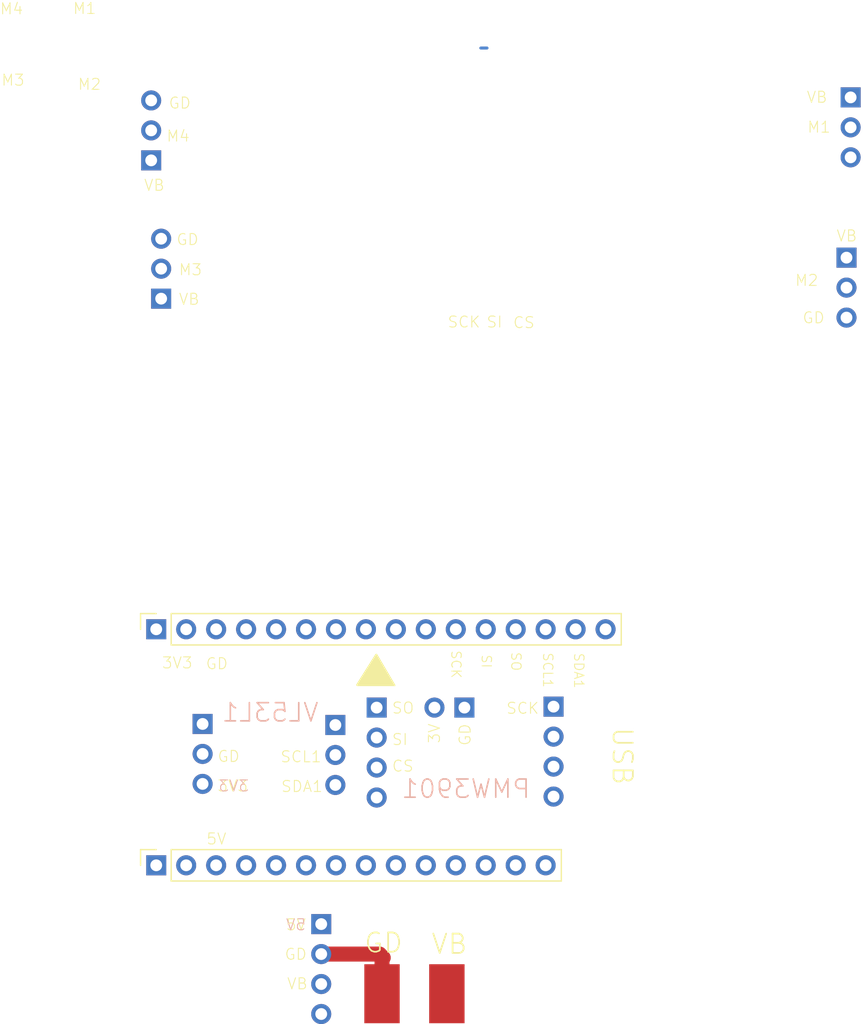
<source format=kicad_pcb>
(kicad_pcb (version 20241229) (generator "pcbnew") (generator_version "9.0")
  (layers (0 "F.Cu" signal) (2 "B.Cu" signal) (13 "F.Paste" user) (15 "B.Paste" user) (5 "F.SilkS" user "F.Silkscreen") (7 "B.SilkS" user "B.Silkscreen") (1 "F.Mask" user) (3 "B.Mask" user) (25 "Edge.Cuts" user))
  (net 0 "")
  (net 1 "/VBAT")
  (net 2 "/GND")
  (net 3 "/M1")
  (net 4 "/M2")
  (net 5 "/M4")
  (net 6 "/M3")
  (net 7 "/3V3")
  (net 8 "/5V")
  (net 9 "/SCK")
  (net 10 "/MISO")
  (net 11 "/MOSI")
  (net 12 "/CS")
  (net 20 "/SCL1")
  (net 21 "/SDA1")
  (net 22 "/12")
  (net 24 "/10")
  (net 25 "/TX1")
  (net 26 "/11")
  (net 27 "/13")
  (net 29 "/9")
  (net 30 "/SCL")
  (net 31 "/SDA")
  (net 32 "/RX1")
  (net 33 "/A3")
  (net 34 "/A5")
  (net 35 "/BOOT")
  (net 36 "/A2")
  (net 39 "/A4")
  (footprint "Connector_Wire:SolderWirePad_1x01_SMD_5x10mm" (layer "F.Cu") (at 155.484762 150.972982)
    (property "Reference" "VB_PAD1" (hide yes))
    (property "Value" "Conn_01x01")
    (pad "1" smd rect (at -0.1 5.5) (size 3 5) (layers "F.Cu" "F.Mask" "F.Paste") (net 1 "/VBAT"))
  )
  (footprint "Connector_PinHeader_2.54mm:PinHeader_1x03_P2.54mm_Vertical" (layer "F.Cu") (at 184.865334 96.571371 -45)
    (property "Reference" "VL53L1_L3" (hide yes))
    (property "Value" "Conn_01x03_Female" (hide yes))
    (pad "1" thru_hole rect (at 1.368136 -4.862594) (size 1.7 1.7) (drill 1) (layers "*.Cu" "*.Mask") (net 1 "/VBAT"))
    (pad "2" thru_hole circle (at 3.164188 -3.066543 315) (size 1.7 1.7) (drill 1) (layers "*.Cu" "*.Mask") (net 4 "/M2"))
    (pad "3" thru_hole circle (at 4.960239 -1.270492 315) (size 1.7 1.7) (drill 1) (layers "*.Cu" "*.Mask") (net 2 "/GND"))
  )
  (footprint "MountingHole:MountingHole_2.2mm_M2" (layer "F.Cu") (at 172.186288 126.921671)
    (property "Reference" "POST_3" (hide yes))
    (property "Value" "MountingHole" (hide yes))
    (pad "" np_thru_hole circle (at 0.054399 0) (size 2.2 2.2) (drill 2.2) (layers "*.Cu" "*.Mask"))
  )
  (footprint "Connector_PinSocket_2.54mm:PinSocket_1x04_P2.54mm_Vertical" (layer "F.Cu") (at 149.430987 132.227429)
    (property "Reference" "PMW3901_R1" (hide yes))
    (property "Value" "Conn_01x04_Female" (hide yes))
    (pad "1" thru_hole rect (at 0 0) (size 1.7 1.7) (drill 1) (layers "*.Cu" "*.Mask") (net 10 "/MISO"))
    (pad "2" thru_hole oval (at 0 2.54) (size 1.7 1.7) (drill 1) (layers "*.Cu" "*.Mask") (net 11 "/MOSI"))
    (pad "3" thru_hole oval (at 0 5.08) (size 1.7 1.7) (drill 1) (layers "*.Cu" "*.Mask") (net 12 "/CS"))
    (pad "4" thru_hole oval (at 0 7.62) (size 1.7 1.7) (drill 1) (layers "*.Cu" "*.Mask"))
  )
  (footprint "Connector_PinHeader_2.54mm:PinHeader_1x03_P2.54mm_Vertical" (layer "F.Cu") (at 130.012356 85.677762 -45)
    (property "Reference" "VL53L1_L4" (hide yes))
    (property "Value" "Conn_01x03_Female" (hide yes))
    (pad "1" thru_hole rect (at 0.339411 -0.084853 270) (size 1.7 1.7) (drill 1) (layers "*.Cu" "*.Mask") (net 1 "/VBAT"))
    (pad "2" thru_hole circle (at -1.45664 -1.880904 315) (size 1.7 1.7) (drill 1) (layers "*.Cu" "*.Mask") (net 5 "/M4"))
    (pad "3" thru_hole circle (at -3.252691 -3.676955 315) (size 1.7 1.7) (drill 1) (layers "*.Cu" "*.Mask") (net 2 "/GND"))
  )
  (footprint "Connector_PinHeader_2.54mm:PinHeader_1x03_P2.54mm_Vertical" (layer "F.Cu") (at 134.671928 133.613396)
    (property "Reference" "VL53L1_R2" (hide yes))
    (property "Value" "Conn_01x03_Female" (hide yes))
    (pad "1" thru_hole rect (at 0 0) (size 1.7 1.7) (drill 1) (layers "*.Cu" "*.Mask"))
    (pad "2" thru_hole circle (at 0 2.54) (size 1.7 1.7) (drill 1) (layers "*.Cu" "*.Mask") (net 2 "/GND"))
    (pad "3" thru_hole circle (at 0 5.08) (size 1.7 1.7) (drill 1) (layers "*.Cu" "*.Mask") (net 7 "/3V3"))
  )
  (footprint "Connector_PinSocket_2.54mm:PinSocket_1x14_P2.54mm_Vertical" (layer "F.Cu") (at 130.740687 145.591671 90)
    (property "Reference" "J1" (hide yes))
    (property "Value" "Conn_01x12_Socket" (hide yes))
    (fp_line (start 1.33 -1.33) (end 1.33 0) (stroke (width 0.12)) (layer "F.SilkS"))
    (fp_line (start 0 -1.33) (end 1.33 -1.33) (stroke (width 0.12)) (layer "F.SilkS"))
    (fp_line (start 1.33 1.27) (end 1.33 34.35) (stroke (width 0.12)) (layer "F.SilkS"))
    (fp_line (start -1.33 1.27) (end 1.33 1.27) (stroke (width 0.12)) (layer "F.SilkS"))
    (fp_line (start -1.33 1.27) (end -1.33 34.35) (stroke (width 0.12)) (layer "F.SilkS"))
    (fp_line (start -1.33 34.35) (end 1.33 34.35) (stroke (width 0.12)) (layer "F.SilkS"))
    (pad "1" thru_hole rect (at 0 0 90) (size 1.7 1.7) (drill 1) (layers "*.Cu" "*.Mask"))
    (pad "2" thru_hole circle (at 0 2.54 90) (size 1.7 1.7) (drill 1) (layers "*.Cu" "*.Mask"))
    (pad "3" thru_hole circle (at 0 5.08 90) (size 1.7 1.7) (drill 1) (layers "*.Cu" "*.Mask") (net 8 "/5V"))
    (pad "4" thru_hole circle (at 0 7.62 90) (size 1.7 1.7) (drill 1) (layers "*.Cu" "*.Mask") (net 27 "/13"))
    (pad "5" thru_hole circle (at 0 10.16 90) (size 1.7 1.7) (drill 1) (layers "*.Cu" "*.Mask") (net 22 "/12"))
    (pad "6" thru_hole circle (at 0 12.7 90) (size 1.7 1.7) (drill 1) (layers "*.Cu" "*.Mask") (net 26 "/11"))
    (pad "7" thru_hole circle (at 0 15.24 90) (size 1.7 1.7) (drill 1) (layers "*.Cu" "*.Mask") (net 24 "/10"))
    (pad "8" thru_hole circle (at 0 17.78 90) (size 1.7 1.7) (drill 1) (layers "*.Cu" "*.Mask") (net 29 "/9"))
    (pad "9" thru_hole circle (at 0 20.32 90) (size 1.7 1.7) (drill 1) (layers "*.Cu" "*.Mask") (net 25 "/TX1"))
    (pad "10" thru_hole circle (at 0 22.86 90) (size 1.7 1.7) (drill 1) (layers "*.Cu" "*.Mask") (net 32 "/RX1"))
    (pad "11" thru_hole circle (at 0 25.4 90) (size 1.7 1.7) (drill 1) (layers "*.Cu" "*.Mask") (net 30 "/SCL"))
    (pad "12" thru_hole circle (at 0 27.94 90) (size 1.7 1.7) (drill 1) (layers "*.Cu" "*.Mask") (net 31 "/SDA"))
    (pad "13" thru_hole circle (at 0 30.48 90) (size 1.7 1.7) (drill 1) (layers "*.Cu" "*.Mask"))
    (pad "14" thru_hole circle (at 0 33.02 90) (size 1.7 1.7) (drill 1) (layers "*.Cu" "*.Mask"))
  )
  (footprint "Connector_PinHeader_2.54mm:PinHeader_1x03_P2.54mm_Vertical" (layer "F.Cu") (at 135.134537 97.941424 -135)
    (property "Reference" "VL53L1_L5" (hide yes))
    (property "Value" "Conn_01x03_Female" (hide yes))
    (pad "1" thru_hole rect (at 2.552213 3.07019 270) (size 1.7 1.7) (drill 1) (layers "*.Cu" "*.Mask") (net 1 "/VBAT"))
    (pad "2" thru_hole circle (at 0.756162 4.866241 225) (size 1.7 1.7) (drill 1) (layers "*.Cu" "*.Mask") (net 6 "/M3"))
    (pad "3" thru_hole circle (at -1.03989 6.662292 225) (size 1.7 1.7) (drill 1) (layers "*.Cu" "*.Mask") (net 2 "/GND"))
  )
  (footprint "Connector_PinHeader_2.54mm:PinHeader_1x02_P2.54mm_Vertical" (layer "F.Cu") (at 156.873656 133.154328 -90)
    (property "Reference" "PMW3901_PWR1" (hide yes))
    (property "Value" "Conn_01x02_Female" (hide yes))
    (pad "1" thru_hole rect (at -0.926899 0 270) (size 1.7 1.7) (drill 1) (layers "*.Cu" "*.Mask") (net 2 "/GND"))
    (pad "2" thru_hole oval (at -0.926899 2.54 270) (size 1.7 1.7) (drill 1) (layers "*.Cu" "*.Mask") (net 7 "/3V3"))
  )
  (footprint "Connector_Wire:SolderWirePad_1x01_SMD_5x10mm" (layer "F.Cu") (at 148.934762 150.972982)
    (property "Reference" "GND_PAD1" (hide yes))
    (property "Value" "Conn_01x01")
    (pad "1" smd rect (at 0.95 5.5) (size 3 5) (layers "F.Cu" "F.Mask" "F.Paste") (net 2 "/GND"))
  )
  (footprint "Connector_PinSocket_2.54mm:PinSocket_1x04_P2.54mm_Vertical" (layer "F.Cu") (at 144.731282 150.572982)
    (property "Reference" "REG1" (hide yes))
    (property "Value" "Conn_01x04_Female" (hide yes))
    (pad "1" thru_hole rect (at 0 0) (size 1.7 1.7) (drill 1) (layers "*.Cu" "*.Mask") (net 8 "/5V"))
    (pad "2" thru_hole oval (at 0 2.54) (size 1.7 1.7) (drill 1) (layers "*.Cu" "*.Mask") (net 2 "/GND"))
    (pad "3" thru_hole oval (at 0 5.08) (size 1.7 1.7) (drill 1) (layers "*.Cu" "*.Mask") (net 1 "/VBAT"))
    (pad "4" thru_hole oval (at 0 7.62) (size 1.7 1.7) (drill 1) (layers "*.Cu" "*.Mask"))
  )
  (footprint "Connector_PinSocket_2.54mm:PinSocket_1x16_P2.54mm_Vertical" (layer "F.Cu") (at 130.740687 125.591671 90)
    (property "Reference" "J2" (hide yes))
    (property "Value" "Conn_01x16_Socket" (hide yes))
    (fp_line (start 1.33 -1.33) (end 1.33 0) (stroke (width 0.12)) (layer "F.SilkS"))
    (fp_line (start 0 -1.33) (end 1.33 -1.33) (stroke (width 0.12)) (layer "F.SilkS"))
    (fp_line (start 1.33 1.27) (end 1.33 39.43) (stroke (width 0.12)) (layer "F.SilkS"))
    (fp_line (start -1.33 1.27) (end 1.33 1.27) (stroke (width 0.12)) (layer "F.SilkS"))
    (fp_line (start -1.33 1.27) (end -1.33 39.43) (stroke (width 0.12)) (layer "F.SilkS"))
    (fp_line (start -1.33 39.43) (end 1.33 39.43) (stroke (width 0.12)) (layer "F.SilkS"))
    (pad "1" thru_hole rect (at 0 0 90) (size 1.7 1.7) (drill 1) (layers "*.Cu" "*.Mask"))
    (pad "2" thru_hole circle (at 0 2.54 90) (size 1.7 1.7) (drill 1) (layers "*.Cu" "*.Mask") (net 7 "/3V3"))
    (pad "3" thru_hole circle (at 0 5.08 90) (size 1.7 1.7) (drill 1) (layers "*.Cu" "*.Mask") (net 2 "/GND"))
    (pad "4" thru_hole circle (at 0 7.62 90) (size 1.7 1.7) (drill 1) (layers "*.Cu" "*.Mask"))
    (pad "5" thru_hole circle (at 0 10.16 90) (size 1.7 1.7) (drill 1) (layers "*.Cu" "*.Mask"))
    (pad "6" thru_hole circle (at 0 12.7 90) (size 1.7 1.7) (drill 1) (layers "*.Cu" "*.Mask"))
    (pad "7" thru_hole circle (at 0 15.24 90) (size 1.7 1.7) (drill 1) (layers "*.Cu" "*.Mask") (net 36 "/A2"))
    (pad "8" thru_hole circle (at 0 17.78 90) (size 1.7 1.7) (drill 1) (layers "*.Cu" "*.Mask") (net 33 "/A3"))
    (pad "9" thru_hole circle (at 0 20.32 90) (size 1.7 1.7) (drill 1) (layers "*.Cu" "*.Mask") (net 39 "/A4"))
    (pad "10" thru_hole circle (at 0 22.86 90) (size 1.7 1.7) (drill 1) (layers "*.Cu" "*.Mask") (net 34 "/A5"))
    (pad "11" thru_hole circle (at 0 25.4 90) (size 1.7 1.7) (drill 1) (layers "*.Cu" "*.Mask") (net 9 "/SCK"))
    (pad "12" thru_hole circle (at 0 27.94 90) (size 1.7 1.7) (drill 1) (layers "*.Cu" "*.Mask") (net 11 "/MOSI"))
    (pad "13" thru_hole circle (at 0 30.48 90) (size 1.7 1.7) (drill 1) (layers "*.Cu" "*.Mask") (net 10 "/MISO"))
    (pad "14" thru_hole circle (at 0 33.02 90) (size 1.7 1.7) (drill 1) (layers "*.Cu" "*.Mask") (net 20 "/SCL1"))
    (pad "15" thru_hole circle (at 0 35.56 90) (size 1.7 1.7) (drill 1) (layers "*.Cu" "*.Mask") (net 21 "/SDA1"))
    (pad "16" thru_hole circle (at 0 38.1 90) (size 1.7 1.7) (drill 1) (layers "*.Cu" "*.Mask") (net 35 "/BOOT"))
  )
  (footprint "Connector_PinHeader_2.54mm:PinHeader_1x03_P2.54mm_Vertical" (layer "F.Cu") (at 189.621126 80.520416)
    (property "Reference" "M1_GND1" (hide yes))
    (property "Value" "Conn_01x03_Female" (hide yes))
    (pad "1" thru_hole rect (at 0 0) (size 1.7 1.7) (drill 1) (layers "*.Cu" "*.Mask") (net 1 "/VBAT"))
    (pad "2" thru_hole circle (at 0 2.54) (size 1.7 1.7) (drill 1) (layers "*.Cu" "*.Mask") (net 3 "/M1"))
    (pad "3" thru_hole circle (at 0 5.08) (size 1.7 1.7) (drill 1) (layers "*.Cu" "*.Mask") (net 2 "/GND"))
  )
  (footprint "MountingHole:MountingHole_2.2mm_M2" (layer "F.Cu") (at 172.695725 144.261671)
    (property "Reference" "POST_4" (hide yes))
    (property "Value" "MountingHole" (hide yes))
    (pad "" np_thru_hole circle (at -0.455038 0) (size 2.2 2.2) (drill 2.2) (layers "*.Cu" "*.Mask"))
  )
  (footprint "Connector_PinSocket_2.54mm:PinSocket_1x04_P2.54mm_Vertical" (layer "F.Cu") (at 164.430987 132.147429)
    (property "Reference" "PMW3901_L1" (hide yes))
    (property "Value" "Conn_01x04_Female" (hide yes))
    (pad "1" thru_hole rect (at 0 0) (size 1.7 1.7) (drill 1) (layers "*.Cu" "*.Mask") (net 9 "/SCK"))
    (pad "2" thru_hole oval (at 0 2.54) (size 1.7 1.7) (drill 1) (layers "*.Cu" "*.Mask"))
    (pad "3" thru_hole oval (at 0 5.08) (size 1.7 1.7) (drill 1) (layers "*.Cu" "*.Mask"))
    (pad "4" thru_hole oval (at 0 7.62) (size 1.7 1.7) (drill 1) (layers "*.Cu" "*.Mask"))
  )
  (footprint "Connector_PinHeader_2.54mm:PinHeader_1x03_P2.54mm_Vertical" (layer "F.Cu") (at 145.930987 133.702429)
    (property "Reference" "VL53L1_R1" (hide yes))
    (property "Value" "Conn_01x03_Female" (hide yes))
    (pad "1" thru_hole rect (at 0 0) (size 1.7 1.7) (drill 1) (layers "*.Cu" "*.Mask"))
    (pad "2" thru_hole oval (at 0 2.54) (size 1.7 1.7) (drill 1) (layers "*.Cu" "*.Mask") (net 20 "/SCL1"))
    (pad "3" thru_hole oval (at 0 5.08) (size 1.7 1.7) (drill 1) (layers "*.Cu" "*.Mask") (net 21 "/SDA1"))
  )
  (footprint "MountingHole:MountingHole_2.2mm_M2" (layer "F.Cu") (at 127.101095 127.530903)
    (property "Reference" "POST_1" (hide yes))
    (property "Value" "MountingHole" (hide yes))
    (pad "" np_thru_hole circle (at 0 0) (size 2.2 2.2) (drill 2.2) (layers "*.Cu" "*.Mask"))
  )
  (footprint "MountingHole:MountingHole_2.2mm_M2" (layer "F.Cu") (at 127.101095 144.261671)
    (property "Reference" "POST_2" (hide yes))
    (property "Value" "MountingHole" (hide yes))
    (pad "" np_thru_hole circle (at 0 0) (size 2.2 2.2) (drill 2.2) (layers "*.Cu" "*.Mask"))
  )
  (gr_poly (pts (xy 149.400624 127.765211) (xy 147.798324 130.307633) (xy 150.898259 130.307633)) (stroke (width 0.2)) (fill yes) (layer "F.SilkS"))
  (gr_text "" (at 138.929499 142.022445 0) (layer "F.Cu") (effects (font (size 0.93472 0.93472) (thickness 0.08128)) (justify left bottom)))
  (gr_text "3V" (at 154.871928 135.313396 90) (layer "F.SilkS") (effects (font (size 0.93472 0.93472) (thickness 0.08128)) (justify left bottom)))
  (gr_text "SO" (at 160.781577 127.468507 270) (layer "F.SilkS") (effects (font (size 0.8 0.8) (thickness 0.08128)) (justify left bottom)))
  (gr_text "M3" (at 117.562592 79.603635 0) (layer "F.SilkS") (effects (font (size 0.93472 0.93472) (thickness 0.08128)) (justify left bottom)))
  (gr_text "SI" (at 150.680987 135.477429 0) (layer "F.SilkS") (effects (font (size 0.93472 0.93472) (thickness 0.08128)) (justify left bottom)))
  (gr_text "M2" (at 184.865334 96.571371 0) (layer "F.SilkS") (effects (font (size 0.93472 0.93472) (thickness 0.08128)) (justify left bottom)))
  (gr_text "GD" (at 185.493741 99.742236 0) (layer "F.SilkS") (effects (font (size 0.93472 0.93472) (thickness 0.08128)) (justify left bottom)))
  (gr_text "CS" (at 160.95 100.15 0) (layer "F.SilkS") (effects (font (size 0.93472 0.93472) (thickness 0.08128)) (justify left bottom)))
  (gr_text "SO" (at 150.680987 132.807048 0) (layer "F.SilkS") (effects (font (size 0.93472 0.93472) (thickness 0.08128)) (justify left bottom)))
  (gr_text "M2" (at 124.048482 79.957411 0) (layer "F.SilkS") (effects (font (size 0.93472 0.93472) (thickness 0.08128)) (justify left bottom)))
  (gr_text "3V3" (at 133.870168 127.888812 0) (layer "F.SilkS") (effects (font (size 0.93472 0.93472) (thickness 0.08128)) (justify right top)))
  (gr_text "5V" (at 141.684762 151.172982 0) (layer "F.SilkS") (effects (font (size 0.93472 0.93472) (thickness 0.08128)) (justify left bottom)))
  (gr_text "SI" (at 158.269826 127.681769 270) (layer "F.SilkS") (effects (font (size 0.8 0.8) (thickness 0.08128)) (justify left bottom)))
  (gr_text "VB" (at 185.847517 81.05108 0) (layer "F.SilkS") (effects (font (size 0.93472 0.93472) (thickness 0.08128)) (justify left bottom)))
  (gr_text "M3" (at 132.609078 95.67002 0) (layer "F.SilkS") (effects (font (size 0.93472 0.93472) (thickness 0.08128)) (justify left bottom)))
  (gr_text "GD" (at 136.872895 127.957056 0) (layer "F.SilkS") (effects (font (size 0.93472 0.93472) (thickness 0.08128)) (justify right top)))
  (gr_text "GD" (at 137.871928 135.813396 0) (layer "F.SilkS") (effects (font (size 0.93472 0.93472) (thickness 0.08128)) (justify right top)))
  (gr_text "M1" (at 185.906479 83.586473 0) (layer "F.SilkS") (effects (font (size 0.93472 0.93472) (thickness 0.08128)) (justify left bottom)))
  (gr_text "SCK" (at 160.3785 132.830758 0) (layer "F.SilkS") (effects (font (size 0.93472 0.93472) (thickness 0.08128)) (justify left bottom)))
  (gr_text "GD" (at 157.471928 135.513396 90) (layer "F.SilkS") (effects (font (size 0.93472 0.93472) (thickness 0.08128)) (justify left bottom)))
  (gr_text "SI" (at 158.7 100.1 0) (layer "F.SilkS") (effects (font (size 0.93472 0.93472) (thickness 0.08128)) (justify left bottom)))
  (gr_text "SDA1" (at 141.286179 139.454544 0) (layer "F.SilkS") (effects (font (size 0.93472 0.93472) (thickness 0.08128)) (justify left bottom)))
  (gr_text "3V3" (at 138.571928 138.313396 0) (layer "F.SilkS") (effects (font (size 0.93472 0.93472) (thickness 0.08128)) (justify right top)))
  (gr_text "SDA1" (at 166.113123 127.539594 270) (layer "F.SilkS") (effects (font (size 0.8 0.8) (thickness 0.08128)) (justify left bottom)))
  (gr_text "VB" (at 131.497144 87.417733 0) (layer "F.SilkS") (effects (font (size 0.93472 0.93472) (thickness 0.08128)) (justify right top)))
  (gr_text "GD" (at 141.584762 153.672982 0) (layer "F.SilkS") (effects (font (size 0.93472 0.93472) (thickness 0.08128)) (justify left bottom)))
  (gr_text "M4" (at 119.508359 72.469156 0) (layer "F.SilkS") (effects (font (size 0.93472 0.93472) (thickness 0.08128)) (justify right top)))
  (gr_text "M4" (at 133.629762 83.251228 0) (layer "F.SilkS") (effects (font (size 0.93472 0.93472) (thickness 0.08128)) (justify right top)))
  (gr_text "SCL1" (at 163.482894 127.515898 270) (layer "F.SilkS") (effects (font (size 0.8 0.8) (thickness 0.08128)) (justify left bottom)))
  (gr_text "SCK" (at 155.4 100.1 0) (layer "F.SilkS") (effects (font (size 0.93472 0.93472) (thickness 0.08128)) (justify left bottom)))
  (gr_text "VB" (at 188.371126 92.800416 0) (layer "F.SilkS") (effects (font (size 0.93472 0.93472) (thickness 0.08128)) (justify left bottom)))
  (gr_text "SCK" (at 155.700863 127.331861 270) (layer "F.SilkS") (effects (font (size 0.8 0.8) (thickness 0.08128)) (justify left bottom)))
  (gr_text "GD" (at 133.729762 80.451228 0) (layer "F.SilkS") (effects (font (size 0.93472 0.93472) (thickness 0.08128)) (justify right top)))
  (gr_text "VB" (at 153.984762 153.222982 0) (layer "F.SilkS") (effects (font (size 1.63576 1.63576) (thickness 0.14224)) (justify left bottom)))
  (gr_text "GD" (at 148.284762 153.122982 0) (layer "F.SilkS") (effects (font (size 1.63576 1.63576) (thickness 0.14224)) (justify left bottom)))
  (gr_text "USB" (at 169.310536 133.793265 270) (layer "F.SilkS") (effects (font (size 1.63576 1.63576) (thickness 0.14224)) (justify left bottom)))
  (gr_text "CS" (at 150.680987 137.727429 0) (layer "F.SilkS") (effects (font (size 0.93472 0.93472) (thickness 0.08128)) (justify left bottom)))
  (gr_text "5V" (at 136.746039 142.806905 0) (layer "F.SilkS") (effects (font (size 0.93472 0.93472) (thickness 0.08128)) (justify right top)))
  (gr_text "VB" (at 132.609078 98.17002 0) (layer "F.SilkS") (effects (font (size 0.93472 0.93472) (thickness 0.08128)) (justify left bottom)))
  (gr_text "M1" (at 123.635744 73.530483 0) (layer "F.SilkS") (effects (font (size 0.93472 0.93472) (thickness 0.08128)) (justify left bottom)))
  (gr_text "GD" (at 132.410034 93.110877 0) (layer "F.SilkS") (effects (font (size 0.93472 0.93472) (thickness 0.08128)) (justify left bottom)))
  (gr_text "VB" (at 141.784762 156.172982 0) (layer "F.SilkS") (effects (font (size 0.93472 0.93472) (thickness 0.08128)) (justify left bottom)))
  (gr_text "SCL1\n" (at 141.226253 136.937665 0) (layer "F.SilkS") (effects (font (size 0.93472 0.93472) (thickness 0.08128)) (justify left bottom)))
  (gr_text "5V" (at 143.484762 151.172982 0) (layer "B.SilkS") (effects (font (size 0.93472 0.93472) (thickness 0.08128)) (justify left bottom mirror)))
  (gr_text "3V3" (at 135.971928 138.313396 0) (layer "B.SilkS") (effects (font (size 0.93472 0.93472) (thickness 0.08128)) (justify right top mirror)))
  (gr_text "PMW3901" (at 162.555359 140.01581 0) (layer "B.SilkS") (effects (font (size 1.542288 1.542288) (thickness 0.134112)) (justify left bottom mirror)))
  (gr_text "VL53L1" (at 144.602337 133.546165 0) (layer "B.SilkS") (effects (font (size 1.542288 1.542288) (thickness 0.134112)) (justify left bottom mirror)))
  (segment (start 158.7893 76.338577) (end 158.261423 76.338577) (width 0.254) (layer "B.Cu") (net 0))
  (segment (start 155.684762 156.472982) (end 155.384762 156.472982) (width 1.27) (layer "F.Cu") (net 1))
  (segment (start 149.984762 153.422982) (end 149.884762 153.522982) (width 1.27) (layer "F.Cu") (net 2))
  (segment (start 149.884762 156.472982) (end 149.884762 154.872982) (width 0.2) (layer "F.Cu") (net 2))
  (segment (start 149.674762 153.112982) (end 149.984762 153.422982) (width 1.27) (layer "F.Cu") (net 2))
  (segment (start 144.731282 153.112982) (end 149.674762 153.112982) (width 1.27) (layer "F.Cu") (net 2))
  (segment (start 149.884762 153.522982) (end 149.884762 156.472982) (width 1.27) (layer "F.Cu") (net 2))
  (segment (start 149.388207 134.810209) (end 149.430987 134.767429) (width 0.2) (layer "B.Cu") (net 11))
  (segment (start 145.675987 136.242429) (end 145.930987 136.242429) (width 0.3048) (layer "F.Cu") (net 20))
  (segment (start 145.675987 138.782429) (end 145.930987 138.782429) (width 0.3048) (layer "F.Cu") (net 21))
  (segment (start 145.675987 138.782429) (end 145.930987 138.782429) (width 0.2) (layer "B.Cu") (net 21))
)
</source>
